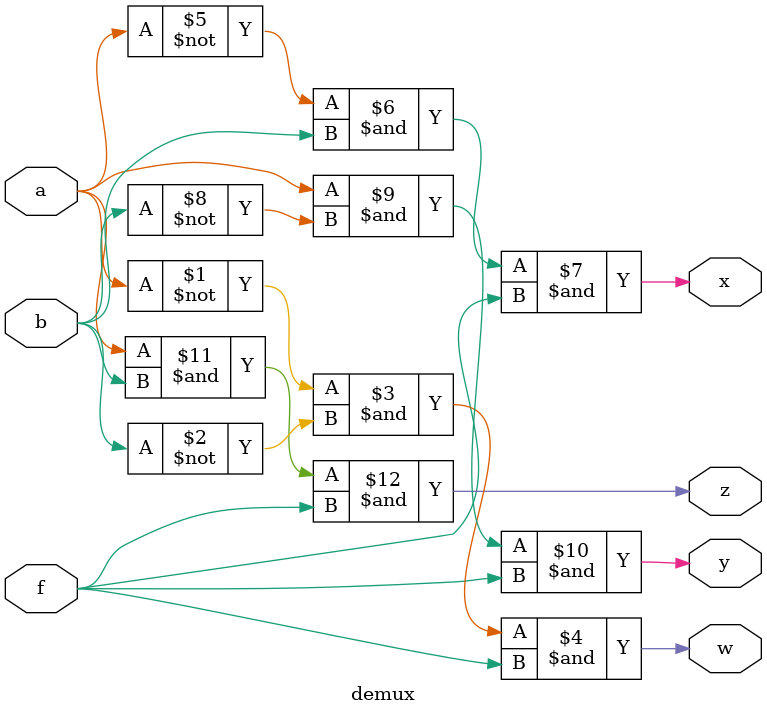
<source format=v>
`timescale 1ns / 1ps

module demux(
    input f,a,b,
    output w,x,y,z
    );
    assign w=~a&~b&f;
    assign x=~a&b&f;
    assign y=a&~b&f;
    assign z=a&b&f;
endmodule

</source>
